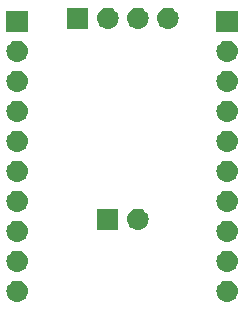
<source format=gbr>
G04 #@! TF.GenerationSoftware,KiCad,Pcbnew,(5.1.4)-1*
G04 #@! TF.CreationDate,2019-11-17T02:46:42+01:00*
G04 #@! TF.ProjectId,STM8_board,53544d38-5f62-46f6-9172-642e6b696361,1.0*
G04 #@! TF.SameCoordinates,Original*
G04 #@! TF.FileFunction,Soldermask,Bot*
G04 #@! TF.FilePolarity,Negative*
%FSLAX46Y46*%
G04 Gerber Fmt 4.6, Leading zero omitted, Abs format (unit mm)*
G04 Created by KiCad (PCBNEW (5.1.4)-1) date 2019-11-17 02:46:42*
%MOMM*%
%LPD*%
G04 APERTURE LIST*
%ADD10C,0.100000*%
G04 APERTURE END LIST*
D10*
G36*
X151049942Y-104769518D02*
G01*
X151116127Y-104776037D01*
X151285966Y-104827557D01*
X151442491Y-104911222D01*
X151478229Y-104940552D01*
X151579686Y-105023814D01*
X151662948Y-105125271D01*
X151692278Y-105161009D01*
X151775943Y-105317534D01*
X151827463Y-105487373D01*
X151844859Y-105664000D01*
X151827463Y-105840627D01*
X151775943Y-106010466D01*
X151692278Y-106166991D01*
X151662948Y-106202729D01*
X151579686Y-106304186D01*
X151478229Y-106387448D01*
X151442491Y-106416778D01*
X151285966Y-106500443D01*
X151116127Y-106551963D01*
X151049942Y-106558482D01*
X150983760Y-106565000D01*
X150895240Y-106565000D01*
X150829058Y-106558482D01*
X150762873Y-106551963D01*
X150593034Y-106500443D01*
X150436509Y-106416778D01*
X150400771Y-106387448D01*
X150299314Y-106304186D01*
X150216052Y-106202729D01*
X150186722Y-106166991D01*
X150103057Y-106010466D01*
X150051537Y-105840627D01*
X150034141Y-105664000D01*
X150051537Y-105487373D01*
X150103057Y-105317534D01*
X150186722Y-105161009D01*
X150216052Y-105125271D01*
X150299314Y-105023814D01*
X150400771Y-104940552D01*
X150436509Y-104911222D01*
X150593034Y-104827557D01*
X150762873Y-104776037D01*
X150829058Y-104769518D01*
X150895240Y-104763000D01*
X150983760Y-104763000D01*
X151049942Y-104769518D01*
X151049942Y-104769518D01*
G37*
G36*
X133269942Y-104769518D02*
G01*
X133336127Y-104776037D01*
X133505966Y-104827557D01*
X133662491Y-104911222D01*
X133698229Y-104940552D01*
X133799686Y-105023814D01*
X133882948Y-105125271D01*
X133912278Y-105161009D01*
X133995943Y-105317534D01*
X134047463Y-105487373D01*
X134064859Y-105664000D01*
X134047463Y-105840627D01*
X133995943Y-106010466D01*
X133912278Y-106166991D01*
X133882948Y-106202729D01*
X133799686Y-106304186D01*
X133698229Y-106387448D01*
X133662491Y-106416778D01*
X133505966Y-106500443D01*
X133336127Y-106551963D01*
X133269942Y-106558482D01*
X133203760Y-106565000D01*
X133115240Y-106565000D01*
X133049058Y-106558482D01*
X132982873Y-106551963D01*
X132813034Y-106500443D01*
X132656509Y-106416778D01*
X132620771Y-106387448D01*
X132519314Y-106304186D01*
X132436052Y-106202729D01*
X132406722Y-106166991D01*
X132323057Y-106010466D01*
X132271537Y-105840627D01*
X132254141Y-105664000D01*
X132271537Y-105487373D01*
X132323057Y-105317534D01*
X132406722Y-105161009D01*
X132436052Y-105125271D01*
X132519314Y-105023814D01*
X132620771Y-104940552D01*
X132656509Y-104911222D01*
X132813034Y-104827557D01*
X132982873Y-104776037D01*
X133049058Y-104769518D01*
X133115240Y-104763000D01*
X133203760Y-104763000D01*
X133269942Y-104769518D01*
X133269942Y-104769518D01*
G37*
G36*
X151049943Y-102229519D02*
G01*
X151116127Y-102236037D01*
X151285966Y-102287557D01*
X151442491Y-102371222D01*
X151478229Y-102400552D01*
X151579686Y-102483814D01*
X151662948Y-102585271D01*
X151692278Y-102621009D01*
X151775943Y-102777534D01*
X151827463Y-102947373D01*
X151844859Y-103124000D01*
X151827463Y-103300627D01*
X151775943Y-103470466D01*
X151692278Y-103626991D01*
X151662948Y-103662729D01*
X151579686Y-103764186D01*
X151478229Y-103847448D01*
X151442491Y-103876778D01*
X151285966Y-103960443D01*
X151116127Y-104011963D01*
X151049943Y-104018481D01*
X150983760Y-104025000D01*
X150895240Y-104025000D01*
X150829057Y-104018481D01*
X150762873Y-104011963D01*
X150593034Y-103960443D01*
X150436509Y-103876778D01*
X150400771Y-103847448D01*
X150299314Y-103764186D01*
X150216052Y-103662729D01*
X150186722Y-103626991D01*
X150103057Y-103470466D01*
X150051537Y-103300627D01*
X150034141Y-103124000D01*
X150051537Y-102947373D01*
X150103057Y-102777534D01*
X150186722Y-102621009D01*
X150216052Y-102585271D01*
X150299314Y-102483814D01*
X150400771Y-102400552D01*
X150436509Y-102371222D01*
X150593034Y-102287557D01*
X150762873Y-102236037D01*
X150829057Y-102229519D01*
X150895240Y-102223000D01*
X150983760Y-102223000D01*
X151049943Y-102229519D01*
X151049943Y-102229519D01*
G37*
G36*
X133269943Y-102229519D02*
G01*
X133336127Y-102236037D01*
X133505966Y-102287557D01*
X133662491Y-102371222D01*
X133698229Y-102400552D01*
X133799686Y-102483814D01*
X133882948Y-102585271D01*
X133912278Y-102621009D01*
X133995943Y-102777534D01*
X134047463Y-102947373D01*
X134064859Y-103124000D01*
X134047463Y-103300627D01*
X133995943Y-103470466D01*
X133912278Y-103626991D01*
X133882948Y-103662729D01*
X133799686Y-103764186D01*
X133698229Y-103847448D01*
X133662491Y-103876778D01*
X133505966Y-103960443D01*
X133336127Y-104011963D01*
X133269943Y-104018481D01*
X133203760Y-104025000D01*
X133115240Y-104025000D01*
X133049057Y-104018481D01*
X132982873Y-104011963D01*
X132813034Y-103960443D01*
X132656509Y-103876778D01*
X132620771Y-103847448D01*
X132519314Y-103764186D01*
X132436052Y-103662729D01*
X132406722Y-103626991D01*
X132323057Y-103470466D01*
X132271537Y-103300627D01*
X132254141Y-103124000D01*
X132271537Y-102947373D01*
X132323057Y-102777534D01*
X132406722Y-102621009D01*
X132436052Y-102585271D01*
X132519314Y-102483814D01*
X132620771Y-102400552D01*
X132656509Y-102371222D01*
X132813034Y-102287557D01*
X132982873Y-102236037D01*
X133049057Y-102229519D01*
X133115240Y-102223000D01*
X133203760Y-102223000D01*
X133269943Y-102229519D01*
X133269943Y-102229519D01*
G37*
G36*
X133269942Y-99689518D02*
G01*
X133336127Y-99696037D01*
X133505966Y-99747557D01*
X133662491Y-99831222D01*
X133698229Y-99860552D01*
X133799686Y-99943814D01*
X133882948Y-100045271D01*
X133912278Y-100081009D01*
X133995943Y-100237534D01*
X134047463Y-100407373D01*
X134064859Y-100584000D01*
X134047463Y-100760627D01*
X133995943Y-100930466D01*
X133912278Y-101086991D01*
X133882948Y-101122729D01*
X133799686Y-101224186D01*
X133698229Y-101307448D01*
X133662491Y-101336778D01*
X133505966Y-101420443D01*
X133336127Y-101471963D01*
X133269943Y-101478481D01*
X133203760Y-101485000D01*
X133115240Y-101485000D01*
X133049057Y-101478481D01*
X132982873Y-101471963D01*
X132813034Y-101420443D01*
X132656509Y-101336778D01*
X132620771Y-101307448D01*
X132519314Y-101224186D01*
X132436052Y-101122729D01*
X132406722Y-101086991D01*
X132323057Y-100930466D01*
X132271537Y-100760627D01*
X132254141Y-100584000D01*
X132271537Y-100407373D01*
X132323057Y-100237534D01*
X132406722Y-100081009D01*
X132436052Y-100045271D01*
X132519314Y-99943814D01*
X132620771Y-99860552D01*
X132656509Y-99831222D01*
X132813034Y-99747557D01*
X132982873Y-99696037D01*
X133049058Y-99689518D01*
X133115240Y-99683000D01*
X133203760Y-99683000D01*
X133269942Y-99689518D01*
X133269942Y-99689518D01*
G37*
G36*
X151049942Y-99689518D02*
G01*
X151116127Y-99696037D01*
X151285966Y-99747557D01*
X151442491Y-99831222D01*
X151478229Y-99860552D01*
X151579686Y-99943814D01*
X151662948Y-100045271D01*
X151692278Y-100081009D01*
X151775943Y-100237534D01*
X151827463Y-100407373D01*
X151844859Y-100584000D01*
X151827463Y-100760627D01*
X151775943Y-100930466D01*
X151692278Y-101086991D01*
X151662948Y-101122729D01*
X151579686Y-101224186D01*
X151478229Y-101307448D01*
X151442491Y-101336778D01*
X151285966Y-101420443D01*
X151116127Y-101471963D01*
X151049943Y-101478481D01*
X150983760Y-101485000D01*
X150895240Y-101485000D01*
X150829057Y-101478481D01*
X150762873Y-101471963D01*
X150593034Y-101420443D01*
X150436509Y-101336778D01*
X150400771Y-101307448D01*
X150299314Y-101224186D01*
X150216052Y-101122729D01*
X150186722Y-101086991D01*
X150103057Y-100930466D01*
X150051537Y-100760627D01*
X150034141Y-100584000D01*
X150051537Y-100407373D01*
X150103057Y-100237534D01*
X150186722Y-100081009D01*
X150216052Y-100045271D01*
X150299314Y-99943814D01*
X150400771Y-99860552D01*
X150436509Y-99831222D01*
X150593034Y-99747557D01*
X150762873Y-99696037D01*
X150829058Y-99689518D01*
X150895240Y-99683000D01*
X150983760Y-99683000D01*
X151049942Y-99689518D01*
X151049942Y-99689518D01*
G37*
G36*
X143493442Y-98673518D02*
G01*
X143559627Y-98680037D01*
X143729466Y-98731557D01*
X143885991Y-98815222D01*
X143921729Y-98844552D01*
X144023186Y-98927814D01*
X144106448Y-99029271D01*
X144135778Y-99065009D01*
X144219443Y-99221534D01*
X144270963Y-99391373D01*
X144288359Y-99568000D01*
X144270963Y-99744627D01*
X144219443Y-99914466D01*
X144135778Y-100070991D01*
X144106448Y-100106729D01*
X144023186Y-100208186D01*
X143921729Y-100291448D01*
X143885991Y-100320778D01*
X143729466Y-100404443D01*
X143559627Y-100455963D01*
X143493442Y-100462482D01*
X143427260Y-100469000D01*
X143338740Y-100469000D01*
X143272557Y-100462481D01*
X143206373Y-100455963D01*
X143036534Y-100404443D01*
X142880009Y-100320778D01*
X142844271Y-100291448D01*
X142742814Y-100208186D01*
X142659552Y-100106729D01*
X142630222Y-100070991D01*
X142546557Y-99914466D01*
X142495037Y-99744627D01*
X142477641Y-99568000D01*
X142495037Y-99391373D01*
X142546557Y-99221534D01*
X142630222Y-99065009D01*
X142659552Y-99029271D01*
X142742814Y-98927814D01*
X142844271Y-98844552D01*
X142880009Y-98815222D01*
X143036534Y-98731557D01*
X143206373Y-98680037D01*
X143272558Y-98673518D01*
X143338740Y-98667000D01*
X143427260Y-98667000D01*
X143493442Y-98673518D01*
X143493442Y-98673518D01*
G37*
G36*
X141744000Y-100469000D02*
G01*
X139942000Y-100469000D01*
X139942000Y-98667000D01*
X141744000Y-98667000D01*
X141744000Y-100469000D01*
X141744000Y-100469000D01*
G37*
G36*
X151049943Y-97149519D02*
G01*
X151116127Y-97156037D01*
X151285966Y-97207557D01*
X151442491Y-97291222D01*
X151478229Y-97320552D01*
X151579686Y-97403814D01*
X151662948Y-97505271D01*
X151692278Y-97541009D01*
X151775943Y-97697534D01*
X151827463Y-97867373D01*
X151844859Y-98044000D01*
X151827463Y-98220627D01*
X151775943Y-98390466D01*
X151692278Y-98546991D01*
X151662948Y-98582729D01*
X151579686Y-98684186D01*
X151478229Y-98767448D01*
X151442491Y-98796778D01*
X151285966Y-98880443D01*
X151116127Y-98931963D01*
X151049943Y-98938481D01*
X150983760Y-98945000D01*
X150895240Y-98945000D01*
X150829058Y-98938482D01*
X150762873Y-98931963D01*
X150593034Y-98880443D01*
X150436509Y-98796778D01*
X150400771Y-98767448D01*
X150299314Y-98684186D01*
X150216052Y-98582729D01*
X150186722Y-98546991D01*
X150103057Y-98390466D01*
X150051537Y-98220627D01*
X150034141Y-98044000D01*
X150051537Y-97867373D01*
X150103057Y-97697534D01*
X150186722Y-97541009D01*
X150216052Y-97505271D01*
X150299314Y-97403814D01*
X150400771Y-97320552D01*
X150436509Y-97291222D01*
X150593034Y-97207557D01*
X150762873Y-97156037D01*
X150829058Y-97149518D01*
X150895240Y-97143000D01*
X150983760Y-97143000D01*
X151049943Y-97149519D01*
X151049943Y-97149519D01*
G37*
G36*
X133269943Y-97149519D02*
G01*
X133336127Y-97156037D01*
X133505966Y-97207557D01*
X133662491Y-97291222D01*
X133698229Y-97320552D01*
X133799686Y-97403814D01*
X133882948Y-97505271D01*
X133912278Y-97541009D01*
X133995943Y-97697534D01*
X134047463Y-97867373D01*
X134064859Y-98044000D01*
X134047463Y-98220627D01*
X133995943Y-98390466D01*
X133912278Y-98546991D01*
X133882948Y-98582729D01*
X133799686Y-98684186D01*
X133698229Y-98767448D01*
X133662491Y-98796778D01*
X133505966Y-98880443D01*
X133336127Y-98931963D01*
X133269943Y-98938481D01*
X133203760Y-98945000D01*
X133115240Y-98945000D01*
X133049058Y-98938482D01*
X132982873Y-98931963D01*
X132813034Y-98880443D01*
X132656509Y-98796778D01*
X132620771Y-98767448D01*
X132519314Y-98684186D01*
X132436052Y-98582729D01*
X132406722Y-98546991D01*
X132323057Y-98390466D01*
X132271537Y-98220627D01*
X132254141Y-98044000D01*
X132271537Y-97867373D01*
X132323057Y-97697534D01*
X132406722Y-97541009D01*
X132436052Y-97505271D01*
X132519314Y-97403814D01*
X132620771Y-97320552D01*
X132656509Y-97291222D01*
X132813034Y-97207557D01*
X132982873Y-97156037D01*
X133049058Y-97149518D01*
X133115240Y-97143000D01*
X133203760Y-97143000D01*
X133269943Y-97149519D01*
X133269943Y-97149519D01*
G37*
G36*
X133269942Y-94609518D02*
G01*
X133336127Y-94616037D01*
X133505966Y-94667557D01*
X133662491Y-94751222D01*
X133698229Y-94780552D01*
X133799686Y-94863814D01*
X133882948Y-94965271D01*
X133912278Y-95001009D01*
X133995943Y-95157534D01*
X134047463Y-95327373D01*
X134064859Y-95504000D01*
X134047463Y-95680627D01*
X133995943Y-95850466D01*
X133912278Y-96006991D01*
X133882948Y-96042729D01*
X133799686Y-96144186D01*
X133698229Y-96227448D01*
X133662491Y-96256778D01*
X133505966Y-96340443D01*
X133336127Y-96391963D01*
X133269942Y-96398482D01*
X133203760Y-96405000D01*
X133115240Y-96405000D01*
X133049058Y-96398482D01*
X132982873Y-96391963D01*
X132813034Y-96340443D01*
X132656509Y-96256778D01*
X132620771Y-96227448D01*
X132519314Y-96144186D01*
X132436052Y-96042729D01*
X132406722Y-96006991D01*
X132323057Y-95850466D01*
X132271537Y-95680627D01*
X132254141Y-95504000D01*
X132271537Y-95327373D01*
X132323057Y-95157534D01*
X132406722Y-95001009D01*
X132436052Y-94965271D01*
X132519314Y-94863814D01*
X132620771Y-94780552D01*
X132656509Y-94751222D01*
X132813034Y-94667557D01*
X132982873Y-94616037D01*
X133049058Y-94609518D01*
X133115240Y-94603000D01*
X133203760Y-94603000D01*
X133269942Y-94609518D01*
X133269942Y-94609518D01*
G37*
G36*
X151049942Y-94609518D02*
G01*
X151116127Y-94616037D01*
X151285966Y-94667557D01*
X151442491Y-94751222D01*
X151478229Y-94780552D01*
X151579686Y-94863814D01*
X151662948Y-94965271D01*
X151692278Y-95001009D01*
X151775943Y-95157534D01*
X151827463Y-95327373D01*
X151844859Y-95504000D01*
X151827463Y-95680627D01*
X151775943Y-95850466D01*
X151692278Y-96006991D01*
X151662948Y-96042729D01*
X151579686Y-96144186D01*
X151478229Y-96227448D01*
X151442491Y-96256778D01*
X151285966Y-96340443D01*
X151116127Y-96391963D01*
X151049942Y-96398482D01*
X150983760Y-96405000D01*
X150895240Y-96405000D01*
X150829058Y-96398482D01*
X150762873Y-96391963D01*
X150593034Y-96340443D01*
X150436509Y-96256778D01*
X150400771Y-96227448D01*
X150299314Y-96144186D01*
X150216052Y-96042729D01*
X150186722Y-96006991D01*
X150103057Y-95850466D01*
X150051537Y-95680627D01*
X150034141Y-95504000D01*
X150051537Y-95327373D01*
X150103057Y-95157534D01*
X150186722Y-95001009D01*
X150216052Y-94965271D01*
X150299314Y-94863814D01*
X150400771Y-94780552D01*
X150436509Y-94751222D01*
X150593034Y-94667557D01*
X150762873Y-94616037D01*
X150829058Y-94609518D01*
X150895240Y-94603000D01*
X150983760Y-94603000D01*
X151049942Y-94609518D01*
X151049942Y-94609518D01*
G37*
G36*
X133269943Y-92069519D02*
G01*
X133336127Y-92076037D01*
X133505966Y-92127557D01*
X133662491Y-92211222D01*
X133698229Y-92240552D01*
X133799686Y-92323814D01*
X133882948Y-92425271D01*
X133912278Y-92461009D01*
X133995943Y-92617534D01*
X134047463Y-92787373D01*
X134064859Y-92964000D01*
X134047463Y-93140627D01*
X133995943Y-93310466D01*
X133912278Y-93466991D01*
X133882948Y-93502729D01*
X133799686Y-93604186D01*
X133698229Y-93687448D01*
X133662491Y-93716778D01*
X133505966Y-93800443D01*
X133336127Y-93851963D01*
X133269943Y-93858481D01*
X133203760Y-93865000D01*
X133115240Y-93865000D01*
X133049057Y-93858481D01*
X132982873Y-93851963D01*
X132813034Y-93800443D01*
X132656509Y-93716778D01*
X132620771Y-93687448D01*
X132519314Y-93604186D01*
X132436052Y-93502729D01*
X132406722Y-93466991D01*
X132323057Y-93310466D01*
X132271537Y-93140627D01*
X132254141Y-92964000D01*
X132271537Y-92787373D01*
X132323057Y-92617534D01*
X132406722Y-92461009D01*
X132436052Y-92425271D01*
X132519314Y-92323814D01*
X132620771Y-92240552D01*
X132656509Y-92211222D01*
X132813034Y-92127557D01*
X132982873Y-92076037D01*
X133049057Y-92069519D01*
X133115240Y-92063000D01*
X133203760Y-92063000D01*
X133269943Y-92069519D01*
X133269943Y-92069519D01*
G37*
G36*
X151049943Y-92069519D02*
G01*
X151116127Y-92076037D01*
X151285966Y-92127557D01*
X151442491Y-92211222D01*
X151478229Y-92240552D01*
X151579686Y-92323814D01*
X151662948Y-92425271D01*
X151692278Y-92461009D01*
X151775943Y-92617534D01*
X151827463Y-92787373D01*
X151844859Y-92964000D01*
X151827463Y-93140627D01*
X151775943Y-93310466D01*
X151692278Y-93466991D01*
X151662948Y-93502729D01*
X151579686Y-93604186D01*
X151478229Y-93687448D01*
X151442491Y-93716778D01*
X151285966Y-93800443D01*
X151116127Y-93851963D01*
X151049943Y-93858481D01*
X150983760Y-93865000D01*
X150895240Y-93865000D01*
X150829057Y-93858481D01*
X150762873Y-93851963D01*
X150593034Y-93800443D01*
X150436509Y-93716778D01*
X150400771Y-93687448D01*
X150299314Y-93604186D01*
X150216052Y-93502729D01*
X150186722Y-93466991D01*
X150103057Y-93310466D01*
X150051537Y-93140627D01*
X150034141Y-92964000D01*
X150051537Y-92787373D01*
X150103057Y-92617534D01*
X150186722Y-92461009D01*
X150216052Y-92425271D01*
X150299314Y-92323814D01*
X150400771Y-92240552D01*
X150436509Y-92211222D01*
X150593034Y-92127557D01*
X150762873Y-92076037D01*
X150829057Y-92069519D01*
X150895240Y-92063000D01*
X150983760Y-92063000D01*
X151049943Y-92069519D01*
X151049943Y-92069519D01*
G37*
G36*
X133269942Y-89529518D02*
G01*
X133336127Y-89536037D01*
X133505966Y-89587557D01*
X133662491Y-89671222D01*
X133698229Y-89700552D01*
X133799686Y-89783814D01*
X133882948Y-89885271D01*
X133912278Y-89921009D01*
X133995943Y-90077534D01*
X134047463Y-90247373D01*
X134064859Y-90424000D01*
X134047463Y-90600627D01*
X133995943Y-90770466D01*
X133912278Y-90926991D01*
X133882948Y-90962729D01*
X133799686Y-91064186D01*
X133698229Y-91147448D01*
X133662491Y-91176778D01*
X133505966Y-91260443D01*
X133336127Y-91311963D01*
X133269943Y-91318481D01*
X133203760Y-91325000D01*
X133115240Y-91325000D01*
X133049057Y-91318481D01*
X132982873Y-91311963D01*
X132813034Y-91260443D01*
X132656509Y-91176778D01*
X132620771Y-91147448D01*
X132519314Y-91064186D01*
X132436052Y-90962729D01*
X132406722Y-90926991D01*
X132323057Y-90770466D01*
X132271537Y-90600627D01*
X132254141Y-90424000D01*
X132271537Y-90247373D01*
X132323057Y-90077534D01*
X132406722Y-89921009D01*
X132436052Y-89885271D01*
X132519314Y-89783814D01*
X132620771Y-89700552D01*
X132656509Y-89671222D01*
X132813034Y-89587557D01*
X132982873Y-89536037D01*
X133049058Y-89529518D01*
X133115240Y-89523000D01*
X133203760Y-89523000D01*
X133269942Y-89529518D01*
X133269942Y-89529518D01*
G37*
G36*
X151049942Y-89529518D02*
G01*
X151116127Y-89536037D01*
X151285966Y-89587557D01*
X151442491Y-89671222D01*
X151478229Y-89700552D01*
X151579686Y-89783814D01*
X151662948Y-89885271D01*
X151692278Y-89921009D01*
X151775943Y-90077534D01*
X151827463Y-90247373D01*
X151844859Y-90424000D01*
X151827463Y-90600627D01*
X151775943Y-90770466D01*
X151692278Y-90926991D01*
X151662948Y-90962729D01*
X151579686Y-91064186D01*
X151478229Y-91147448D01*
X151442491Y-91176778D01*
X151285966Y-91260443D01*
X151116127Y-91311963D01*
X151049942Y-91318482D01*
X150983760Y-91325000D01*
X150895240Y-91325000D01*
X150829057Y-91318481D01*
X150762873Y-91311963D01*
X150593034Y-91260443D01*
X150436509Y-91176778D01*
X150400771Y-91147448D01*
X150299314Y-91064186D01*
X150216052Y-90962729D01*
X150186722Y-90926991D01*
X150103057Y-90770466D01*
X150051537Y-90600627D01*
X150034141Y-90424000D01*
X150051537Y-90247373D01*
X150103057Y-90077534D01*
X150186722Y-89921009D01*
X150216052Y-89885271D01*
X150299314Y-89783814D01*
X150400771Y-89700552D01*
X150436509Y-89671222D01*
X150593034Y-89587557D01*
X150762873Y-89536037D01*
X150829058Y-89529518D01*
X150895240Y-89523000D01*
X150983760Y-89523000D01*
X151049942Y-89529518D01*
X151049942Y-89529518D01*
G37*
G36*
X151049943Y-86989519D02*
G01*
X151116127Y-86996037D01*
X151285966Y-87047557D01*
X151442491Y-87131222D01*
X151478229Y-87160552D01*
X151579686Y-87243814D01*
X151662948Y-87345271D01*
X151692278Y-87381009D01*
X151775943Y-87537534D01*
X151827463Y-87707373D01*
X151844859Y-87884000D01*
X151827463Y-88060627D01*
X151775943Y-88230466D01*
X151692278Y-88386991D01*
X151662948Y-88422729D01*
X151579686Y-88524186D01*
X151478229Y-88607448D01*
X151442491Y-88636778D01*
X151285966Y-88720443D01*
X151116127Y-88771963D01*
X151049942Y-88778482D01*
X150983760Y-88785000D01*
X150895240Y-88785000D01*
X150829058Y-88778482D01*
X150762873Y-88771963D01*
X150593034Y-88720443D01*
X150436509Y-88636778D01*
X150400771Y-88607448D01*
X150299314Y-88524186D01*
X150216052Y-88422729D01*
X150186722Y-88386991D01*
X150103057Y-88230466D01*
X150051537Y-88060627D01*
X150034141Y-87884000D01*
X150051537Y-87707373D01*
X150103057Y-87537534D01*
X150186722Y-87381009D01*
X150216052Y-87345271D01*
X150299314Y-87243814D01*
X150400771Y-87160552D01*
X150436509Y-87131222D01*
X150593034Y-87047557D01*
X150762873Y-86996037D01*
X150829057Y-86989519D01*
X150895240Y-86983000D01*
X150983760Y-86983000D01*
X151049943Y-86989519D01*
X151049943Y-86989519D01*
G37*
G36*
X133269943Y-86989519D02*
G01*
X133336127Y-86996037D01*
X133505966Y-87047557D01*
X133662491Y-87131222D01*
X133698229Y-87160552D01*
X133799686Y-87243814D01*
X133882948Y-87345271D01*
X133912278Y-87381009D01*
X133995943Y-87537534D01*
X134047463Y-87707373D01*
X134064859Y-87884000D01*
X134047463Y-88060627D01*
X133995943Y-88230466D01*
X133912278Y-88386991D01*
X133882948Y-88422729D01*
X133799686Y-88524186D01*
X133698229Y-88607448D01*
X133662491Y-88636778D01*
X133505966Y-88720443D01*
X133336127Y-88771963D01*
X133269942Y-88778482D01*
X133203760Y-88785000D01*
X133115240Y-88785000D01*
X133049058Y-88778482D01*
X132982873Y-88771963D01*
X132813034Y-88720443D01*
X132656509Y-88636778D01*
X132620771Y-88607448D01*
X132519314Y-88524186D01*
X132436052Y-88422729D01*
X132406722Y-88386991D01*
X132323057Y-88230466D01*
X132271537Y-88060627D01*
X132254141Y-87884000D01*
X132271537Y-87707373D01*
X132323057Y-87537534D01*
X132406722Y-87381009D01*
X132436052Y-87345271D01*
X132519314Y-87243814D01*
X132620771Y-87160552D01*
X132656509Y-87131222D01*
X132813034Y-87047557D01*
X132982873Y-86996037D01*
X133049057Y-86989519D01*
X133115240Y-86983000D01*
X133203760Y-86983000D01*
X133269943Y-86989519D01*
X133269943Y-86989519D01*
G37*
G36*
X133269942Y-84449518D02*
G01*
X133336127Y-84456037D01*
X133505966Y-84507557D01*
X133662491Y-84591222D01*
X133698229Y-84620552D01*
X133799686Y-84703814D01*
X133882948Y-84805271D01*
X133912278Y-84841009D01*
X133995943Y-84997534D01*
X134047463Y-85167373D01*
X134064859Y-85344000D01*
X134047463Y-85520627D01*
X133995943Y-85690466D01*
X133912278Y-85846991D01*
X133882948Y-85882729D01*
X133799686Y-85984186D01*
X133698229Y-86067448D01*
X133662491Y-86096778D01*
X133505966Y-86180443D01*
X133336127Y-86231963D01*
X133269942Y-86238482D01*
X133203760Y-86245000D01*
X133115240Y-86245000D01*
X133049058Y-86238482D01*
X132982873Y-86231963D01*
X132813034Y-86180443D01*
X132656509Y-86096778D01*
X132620771Y-86067448D01*
X132519314Y-85984186D01*
X132436052Y-85882729D01*
X132406722Y-85846991D01*
X132323057Y-85690466D01*
X132271537Y-85520627D01*
X132254141Y-85344000D01*
X132271537Y-85167373D01*
X132323057Y-84997534D01*
X132406722Y-84841009D01*
X132436052Y-84805271D01*
X132519314Y-84703814D01*
X132620771Y-84620552D01*
X132656509Y-84591222D01*
X132813034Y-84507557D01*
X132982873Y-84456037D01*
X133049058Y-84449518D01*
X133115240Y-84443000D01*
X133203760Y-84443000D01*
X133269942Y-84449518D01*
X133269942Y-84449518D01*
G37*
G36*
X151049942Y-84449518D02*
G01*
X151116127Y-84456037D01*
X151285966Y-84507557D01*
X151442491Y-84591222D01*
X151478229Y-84620552D01*
X151579686Y-84703814D01*
X151662948Y-84805271D01*
X151692278Y-84841009D01*
X151775943Y-84997534D01*
X151827463Y-85167373D01*
X151844859Y-85344000D01*
X151827463Y-85520627D01*
X151775943Y-85690466D01*
X151692278Y-85846991D01*
X151662948Y-85882729D01*
X151579686Y-85984186D01*
X151478229Y-86067448D01*
X151442491Y-86096778D01*
X151285966Y-86180443D01*
X151116127Y-86231963D01*
X151049942Y-86238482D01*
X150983760Y-86245000D01*
X150895240Y-86245000D01*
X150829058Y-86238482D01*
X150762873Y-86231963D01*
X150593034Y-86180443D01*
X150436509Y-86096778D01*
X150400771Y-86067448D01*
X150299314Y-85984186D01*
X150216052Y-85882729D01*
X150186722Y-85846991D01*
X150103057Y-85690466D01*
X150051537Y-85520627D01*
X150034141Y-85344000D01*
X150051537Y-85167373D01*
X150103057Y-84997534D01*
X150186722Y-84841009D01*
X150216052Y-84805271D01*
X150299314Y-84703814D01*
X150400771Y-84620552D01*
X150436509Y-84591222D01*
X150593034Y-84507557D01*
X150762873Y-84456037D01*
X150829058Y-84449518D01*
X150895240Y-84443000D01*
X150983760Y-84443000D01*
X151049942Y-84449518D01*
X151049942Y-84449518D01*
G37*
G36*
X134060500Y-83705000D02*
G01*
X132258500Y-83705000D01*
X132258500Y-81903000D01*
X134060500Y-81903000D01*
X134060500Y-83705000D01*
X134060500Y-83705000D01*
G37*
G36*
X151840500Y-83705000D02*
G01*
X150038500Y-83705000D01*
X150038500Y-81903000D01*
X151840500Y-81903000D01*
X151840500Y-83705000D01*
X151840500Y-83705000D01*
G37*
G36*
X139204000Y-83451000D02*
G01*
X137402000Y-83451000D01*
X137402000Y-81649000D01*
X139204000Y-81649000D01*
X139204000Y-83451000D01*
X139204000Y-83451000D01*
G37*
G36*
X140953443Y-81655519D02*
G01*
X141019627Y-81662037D01*
X141189466Y-81713557D01*
X141345991Y-81797222D01*
X141381729Y-81826552D01*
X141483186Y-81909814D01*
X141566448Y-82011271D01*
X141595778Y-82047009D01*
X141679443Y-82203534D01*
X141730963Y-82373373D01*
X141748359Y-82550000D01*
X141730963Y-82726627D01*
X141679443Y-82896466D01*
X141595778Y-83052991D01*
X141566448Y-83088729D01*
X141483186Y-83190186D01*
X141381729Y-83273448D01*
X141345991Y-83302778D01*
X141189466Y-83386443D01*
X141019627Y-83437963D01*
X140953443Y-83444481D01*
X140887260Y-83451000D01*
X140798740Y-83451000D01*
X140732557Y-83444481D01*
X140666373Y-83437963D01*
X140496534Y-83386443D01*
X140340009Y-83302778D01*
X140304271Y-83273448D01*
X140202814Y-83190186D01*
X140119552Y-83088729D01*
X140090222Y-83052991D01*
X140006557Y-82896466D01*
X139955037Y-82726627D01*
X139937641Y-82550000D01*
X139955037Y-82373373D01*
X140006557Y-82203534D01*
X140090222Y-82047009D01*
X140119552Y-82011271D01*
X140202814Y-81909814D01*
X140304271Y-81826552D01*
X140340009Y-81797222D01*
X140496534Y-81713557D01*
X140666373Y-81662037D01*
X140732557Y-81655519D01*
X140798740Y-81649000D01*
X140887260Y-81649000D01*
X140953443Y-81655519D01*
X140953443Y-81655519D01*
G37*
G36*
X143493443Y-81655519D02*
G01*
X143559627Y-81662037D01*
X143729466Y-81713557D01*
X143885991Y-81797222D01*
X143921729Y-81826552D01*
X144023186Y-81909814D01*
X144106448Y-82011271D01*
X144135778Y-82047009D01*
X144219443Y-82203534D01*
X144270963Y-82373373D01*
X144288359Y-82550000D01*
X144270963Y-82726627D01*
X144219443Y-82896466D01*
X144135778Y-83052991D01*
X144106448Y-83088729D01*
X144023186Y-83190186D01*
X143921729Y-83273448D01*
X143885991Y-83302778D01*
X143729466Y-83386443D01*
X143559627Y-83437963D01*
X143493443Y-83444481D01*
X143427260Y-83451000D01*
X143338740Y-83451000D01*
X143272557Y-83444481D01*
X143206373Y-83437963D01*
X143036534Y-83386443D01*
X142880009Y-83302778D01*
X142844271Y-83273448D01*
X142742814Y-83190186D01*
X142659552Y-83088729D01*
X142630222Y-83052991D01*
X142546557Y-82896466D01*
X142495037Y-82726627D01*
X142477641Y-82550000D01*
X142495037Y-82373373D01*
X142546557Y-82203534D01*
X142630222Y-82047009D01*
X142659552Y-82011271D01*
X142742814Y-81909814D01*
X142844271Y-81826552D01*
X142880009Y-81797222D01*
X143036534Y-81713557D01*
X143206373Y-81662037D01*
X143272557Y-81655519D01*
X143338740Y-81649000D01*
X143427260Y-81649000D01*
X143493443Y-81655519D01*
X143493443Y-81655519D01*
G37*
G36*
X146033443Y-81655519D02*
G01*
X146099627Y-81662037D01*
X146269466Y-81713557D01*
X146425991Y-81797222D01*
X146461729Y-81826552D01*
X146563186Y-81909814D01*
X146646448Y-82011271D01*
X146675778Y-82047009D01*
X146759443Y-82203534D01*
X146810963Y-82373373D01*
X146828359Y-82550000D01*
X146810963Y-82726627D01*
X146759443Y-82896466D01*
X146675778Y-83052991D01*
X146646448Y-83088729D01*
X146563186Y-83190186D01*
X146461729Y-83273448D01*
X146425991Y-83302778D01*
X146269466Y-83386443D01*
X146099627Y-83437963D01*
X146033443Y-83444481D01*
X145967260Y-83451000D01*
X145878740Y-83451000D01*
X145812557Y-83444481D01*
X145746373Y-83437963D01*
X145576534Y-83386443D01*
X145420009Y-83302778D01*
X145384271Y-83273448D01*
X145282814Y-83190186D01*
X145199552Y-83088729D01*
X145170222Y-83052991D01*
X145086557Y-82896466D01*
X145035037Y-82726627D01*
X145017641Y-82550000D01*
X145035037Y-82373373D01*
X145086557Y-82203534D01*
X145170222Y-82047009D01*
X145199552Y-82011271D01*
X145282814Y-81909814D01*
X145384271Y-81826552D01*
X145420009Y-81797222D01*
X145576534Y-81713557D01*
X145746373Y-81662037D01*
X145812557Y-81655519D01*
X145878740Y-81649000D01*
X145967260Y-81649000D01*
X146033443Y-81655519D01*
X146033443Y-81655519D01*
G37*
M02*

</source>
